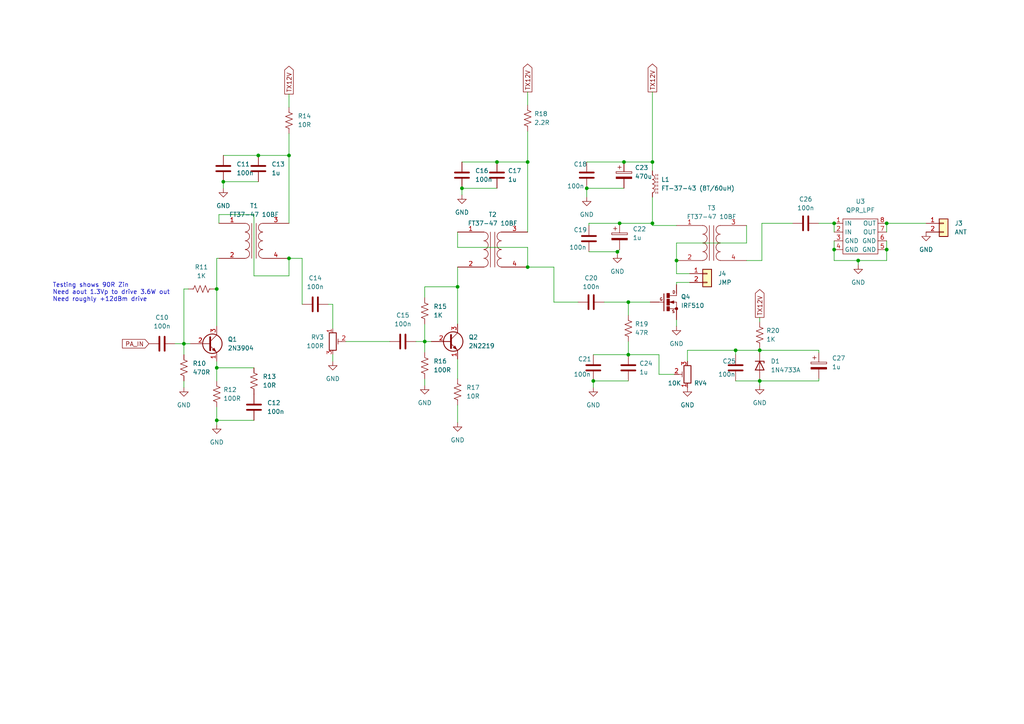
<source format=kicad_sch>
(kicad_sch (version 20211123) (generator eeschema)
  (paper "A4")
  (lib_symbols
    (symbol "Connector_Generic:Conn_01x02" (pin_names (offset 1.016) hide)
      (property "Reference" "J" (at 0 2.54 0))
      (property "Value" "Conn_01x02" (at 0 -5.08 0))
      (symbol "Conn_01x02_1_1"
        (rectangle (start -1.27 -2.413) (end 0 -2.667) (stroke (width 0.1524)))
        (rectangle (start -1.27 0.127) (end 0 -0.127) (stroke (width 0.1524)))
        (rectangle (start -1.27 1.27) (end 1.27 -3.81) (stroke (width 0.254)) (fill (type background)))
        (pin passive line (at -5.08 0 0) (length 3.81) (name "Pin_1") (number "1"))
        (pin passive line (at -5.08 -2.54 0) (length 3.81) (name "Pin_2") (number "2"))
      )
    )
    (symbol "Custom_RF:Generic Transfomer" (pin_names (offset 1.016) hide)
      (property "Reference" "T" (at 0 6.35 0))
      (property "Value" "Generic Transfomer" (at 0 -7.62 0))
      (symbol "Generic Transfomer_0_1"
        (arc (start -2.54 -5.0546) (mid -1.6599 -4.6901) (end -1.27 -3.81))
        (arc (start -2.54 -2.5146) (mid -1.6599 -2.1501) (end -1.27 -1.27))
        (arc (start -2.54 0.0254) (mid -1.6599 0.3899) (end -1.27 1.27))
        (arc (start -2.54 2.5654) (mid -1.6599 2.9299) (end -1.27 3.81))
        (arc (start -1.27 -3.81) (mid -1.642 -2.912) (end -2.54 -2.54))
        (arc (start -1.27 -1.27) (mid -1.642 -0.372) (end -2.54 0))
        (arc (start -1.27 1.27) (mid -1.642 2.168) (end -2.54 2.54))
        (arc (start -1.27 3.81) (mid -1.642 4.708) (end -2.54 5.08))
        (polyline (pts (xy -0.635 5.08) (xy -0.635 -5.08)))
        (polyline (pts (xy 0.635 -5.08) (xy 0.635 5.08)))
        (arc (start 1.2954 -1.27) (mid 1.6599 -2.1501) (end 2.54 -2.5146))
        (arc (start 1.2954 1.27) (mid 1.6599 0.3899) (end 2.54 0.0254))
        (arc (start 1.2954 3.81) (mid 1.6599 2.9299) (end 2.54 2.5654))
        (arc (start 1.3208 -3.81) (mid 1.6853 -4.6901) (end 2.5654 -5.0546))
        (arc (start 2.54 0) (mid 1.642 -0.372) (end 1.2954 -1.27))
        (arc (start 2.54 2.54) (mid 1.642 2.168) (end 1.2954 1.27))
        (arc (start 2.54 5.08) (mid 1.642 4.708) (end 1.2954 3.81))
        (arc (start 2.5654 -2.54) (mid 1.6674 -2.912) (end 1.3208 -3.81))
      )
      (symbol "Generic Transfomer_1_1"
        (pin passive line (at -10.16 5.08 0) (length 7.62) (name "AA") (number "1"))
        (pin passive line (at -10.16 -5.08 0) (length 7.62) (name "AB") (number "2"))
        (pin passive line (at 10.16 5.08 180) (length 7.62) (name "SB") (number "3"))
        (pin passive line (at 10.16 -5.08 180) (length 7.62) (name "SA") (number "4"))
      )
    )
    (symbol "Custom_RF:QPR_Filter"
      (property "Reference" "U" (at 0 7.62 0))
      (property "Value" "QPR_Filter" (at 0 -7.62 0))
      (symbol "QPR_Filter_0_1"
        (rectangle (start -5.08 5.08) (end 5.08 -5.08))
      )
      (symbol "QPR_Filter_1_1"
        (pin bidirectional line (at -7.62 3.81 0) (length 2.54) (name "IN") (number "1"))
        (pin bidirectional line (at -7.62 1.27 0) (length 2.54) (name "IN") (number "2"))
        (pin power_in line (at -7.62 -1.27 0) (length 2.54) (name "GND") (number "3"))
        (pin power_in line (at -7.62 -3.81 0) (length 2.54) (name "GND") (number "4"))
        (pin power_in line (at 7.62 -3.81 180) (length 2.54) (name "GND") (number "5"))
        (pin power_in line (at 7.62 -1.27 180) (length 2.54) (name "GND") (number "6"))
        (pin bidirectional line (at 7.62 1.27 180) (length 2.54) (name "OUT") (number "7"))
        (pin bidirectional line (at 7.62 3.81 180) (length 2.54) (name "OUT") (number "8"))
      )
    )
    (symbol "Device:C" (pin_numbers hide) (pin_names (offset 0.254))
      (property "Reference" "C" (at 0.635 2.54 0))
      (property "Value" "C" (at 0.635 -2.54 0))
      (symbol "C_0_1"
        (polyline (pts (xy -2.032 -0.762) (xy 2.032 -0.762)) (stroke (width 0.508)))
        (polyline (pts (xy -2.032 0.762) (xy 2.032 0.762)) (stroke (width 0.508)))
      )
      (symbol "C_1_1"
        (pin passive line (at 0 3.81 270) (length 2.794) (name "~") (number "1"))
        (pin passive line (at 0 -3.81 90) (length 2.794) (name "~") (number "2"))
      )
    )
    (symbol "Device:C_Polarized" (pin_numbers hide) (pin_names (offset 0.254))
      (property "Reference" "C" (at 0.635 2.54 0))
      (property "Value" "C_Polarized" (at 0.635 -2.54 0))
      (symbol "C_Polarized_0_1"
        (rectangle (start -2.286 0.508) (end 2.286 1.016))
        (polyline (pts (xy -1.778 2.286) (xy -0.762 2.286)))
        (polyline (pts (xy -1.27 2.794) (xy -1.27 1.778)))
        (rectangle (start 2.286 -0.508) (end -2.286 -1.016) (fill (type outline)))
      )
      (symbol "C_Polarized_1_1"
        (pin passive line (at 0 3.81 270) (length 2.794) (name "~") (number "1"))
        (pin passive line (at 0 -3.81 90) (length 2.794) (name "~") (number "2"))
      )
    )
    (symbol "Device:L_Ferrite" (pin_numbers hide) (pin_names (offset 1.016) hide)
      (property "Reference" "L" (at -1.27 0 90))
      (property "Value" "L_Ferrite" (at 2.794 0 90))
      (symbol "L_Ferrite_0_1"
        (arc (start 0 -2.54) (mid 0.635 -1.905) (end 0 -1.27))
        (arc (start 0 -1.27) (mid 0.635 -0.635) (end 0 0))
        (polyline (pts (xy 1.016 -2.794) (xy 1.016 -2.286)))
        (polyline (pts (xy 1.016 -1.778) (xy 1.016 -1.27)))
        (polyline (pts (xy 1.016 -0.762) (xy 1.016 -0.254)))
        (polyline (pts (xy 1.016 0.254) (xy 1.016 0.762)))
        (polyline (pts (xy 1.016 1.27) (xy 1.016 1.778)))
        (polyline (pts (xy 1.016 2.286) (xy 1.016 2.794)))
        (polyline (pts (xy 1.524 -2.286) (xy 1.524 -2.794)))
        (polyline (pts (xy 1.524 -1.27) (xy 1.524 -1.778)))
        (polyline (pts (xy 1.524 -0.254) (xy 1.524 -0.762)))
        (polyline (pts (xy 1.524 0.762) (xy 1.524 0.254)))
        (polyline (pts (xy 1.524 1.778) (xy 1.524 1.27)))
        (polyline (pts (xy 1.524 2.794) (xy 1.524 2.286)))
        (arc (start 0 0) (mid 0.635 0.635) (end 0 1.27))
        (arc (start 0 1.27) (mid 0.635 1.905) (end 0 2.54))
      )
      (symbol "L_Ferrite_1_1"
        (pin passive line (at 0 3.81 270) (length 1.27) (name "1") (number "1"))
        (pin passive line (at 0 -3.81 90) (length 1.27) (name "2") (number "2"))
      )
    )
    (symbol "Device:R_Potentiometer_Trim" (pin_names (offset 1.016) hide)
      (property "Reference" "RV" (at -4.445 0 90))
      (property "Value" "R_Potentiometer_Trim" (at -2.54 0 90))
      (symbol "R_Potentiometer_Trim_0_1"
        (polyline (pts (xy 1.524 0.762) (xy 1.524 -0.762)))
        (polyline (pts (xy 2.54 0) (xy 1.524 0)))
        (rectangle (start 1.016 2.54) (end -1.016 -2.54) (stroke (width 0.254)))
      )
      (symbol "R_Potentiometer_Trim_1_1"
        (pin passive line (at 0 3.81 270) (length 1.27) (name "1") (number "1"))
        (pin passive line (at 3.81 0 180) (length 1.27) (name "2") (number "2"))
        (pin passive line (at 0 -3.81 90) (length 1.27) (name "3") (number "3"))
      )
    )
    (symbol "Device:R_US" (pin_numbers hide) (pin_names (offset 0))
      (property "Reference" "R" (at 2.54 0 90))
      (property "Value" "R_US" (at -2.54 0 90))
      (symbol "R_US_0_1"
        (polyline (pts (xy 0 -2.286) (xy 0 -2.54)))
        (polyline (pts (xy 0 2.286) (xy 0 2.54)))
        (polyline (pts (xy 0 -0.762) (xy 1.016 -1.143) (xy 0 -1.524) (xy -1.016 -1.905) (xy 0 -2.286)))
        (polyline (pts (xy 0 0.762) (xy 1.016 0.381) (xy 0 0) (xy -1.016 -0.381) (xy 0 -0.762)))
        (polyline (pts (xy 0 2.286) (xy 1.016 1.905) (xy 0 1.524) (xy -1.016 1.143) (xy 0 0.762)))
      )
      (symbol "R_US_1_1"
        (pin passive line (at 0 3.81 270) (length 1.27) (name "~") (number "1"))
        (pin passive line (at 0 -3.81 90) (length 1.27) (name "~") (number "2"))
      )
    )
    (symbol "Diode:1N47xxA" (pin_numbers hide) (pin_names hide)
      (property "Reference" "D" (at 0 2.54 0))
      (property "Value" "1N47xxA" (at 0 -2.54 0))
      (symbol "1N47xxA_0_1"
        (polyline (pts (xy 1.27 0) (xy -1.27 0)))
        (polyline (pts (xy -1.27 -1.27) (xy -1.27 1.27) (xy -0.762 1.27)) (stroke (width 0.254)))
        (polyline (pts (xy 1.27 -1.27) (xy 1.27 1.27) (xy -1.27 0) (xy 1.27 -1.27)) (stroke (width 0.254)))
      )
      (symbol "1N47xxA_1_1"
        (pin passive line (at -3.81 0 0) (length 2.54) (name "K") (number "1"))
        (pin passive line (at 3.81 0 180) (length 2.54) (name "A") (number "2"))
      )
    )
    (symbol "SnapEDA-Library:IRF510" (pin_numbers hide) (pin_names (offset 1.016) hide)
      (property "Reference" "Q" (at 3.302 0.508 0))
      (property "Value" "IRF510" (at 3.302 -0.508 0))
      (symbol "IRF510_0_0"
        (rectangle (start -0.254 -2.54) (end 0.508 -1.27) (fill (type outline)))
        (rectangle (start -0.254 -0.889) (end 0.508 0.889) (fill (type outline)))
        (rectangle (start -0.254 1.27) (end 0.508 2.54) (fill (type outline)))
        (polyline (pts (xy -1.1176 0) (xy -2.54 0)) (stroke (width 0.1524)))
        (polyline (pts (xy -1.1176 0) (xy -1.1176 -2.54)) (stroke (width 0.254)))
        (polyline (pts (xy -1.1176 2.413) (xy -1.1176 0)) (stroke (width 0.254)))
        (polyline (pts (xy 0.508 -1.905) (xy 2.54 -1.905)) (stroke (width 0.1524)))
        (polyline (pts (xy 0.508 0) (xy 1.143 0)) (stroke (width 0.1524)))
        (polyline (pts (xy 0.508 0) (xy 1.778 0.381)) (stroke (width 0.1524)))
        (polyline (pts (xy 1.143 0) (xy 1.651 -0.127)) (stroke (width 0.3048)))
        (polyline (pts (xy 1.143 0) (xy 2.54 0)) (stroke (width 0.1524)))
        (polyline (pts (xy 1.651 0.127) (xy 1.143 0)) (stroke (width 0.3048)))
        (polyline (pts (xy 1.778 -0.381) (xy 0.508 0)) (stroke (width 0.1524)))
        (polyline (pts (xy 1.778 0.381) (xy 1.778 -0.381)) (stroke (width 0.1524)))
        (polyline (pts (xy 2.54 -1.905) (xy 2.54 -2.54)) (stroke (width 0.1524)))
        (polyline (pts (xy 2.54 0) (xy 2.54 -1.905)) (stroke (width 0.1524)))
        (polyline (pts (xy 2.54 1.905) (xy 0.5334 1.905)) (stroke (width 0.1524)))
        (polyline (pts (xy 2.54 2.54) (xy 2.54 1.905)) (stroke (width 0.1524)))
        (circle (center 2.54 -1.905) (radius 0.254) (stroke (width 0.4064)))
        (text "D" (at 1.27 2.413 0) (effects (font (size 0.8128 0.8128)) (justify left bottom)))
        (text "G" (at -2.413 0.381 0) (effects (font (size 0.8128 0.8128)) (justify left bottom)))
        (text "S" (at 1.143 -3.175 0) (effects (font (size 0.8128 0.8128)) (justify left bottom)))
        (pin passive line (at 2.54 -5.08 90) (length 2.54) (name "~") (number "1"))
        (pin passive line (at 2.54 5.08 270) (length 2.54) (name "~") (number "2"))
        (pin passive line (at -5.08 0 0) (length 2.54) (name "~") (number "3"))
      )
    )
    (symbol "Transistor_BJT:2N2219" (pin_names (offset 0) hide)
      (property "Reference" "Q" (at 5.08 1.905 0))
      (property "Value" "2N2219" (at 5.08 0 0))
      (symbol "2N2219_0_1"
        (polyline (pts (xy 0.635 0.635) (xy 2.54 2.54)))
        (polyline (pts (xy 0.635 -0.635) (xy 2.54 -2.54) (xy 2.54 -2.54)))
        (polyline (pts (xy 0.635 1.905) (xy 0.635 -1.905) (xy 0.635 -1.905)) (stroke (width 0.508)))
        (polyline (pts (xy 1.27 -1.778) (xy 1.778 -1.27) (xy 2.286 -2.286) (xy 1.27 -1.778) (xy 1.27 -1.778)) (fill (type outline)))
        (circle (center 1.27 0) (radius 2.8194) (stroke (width 0.254)))
      )
      (symbol "2N2219_1_1"
        (pin passive line (at 2.54 -5.08 90) (length 2.54) (name "E") (number "1"))
        (pin passive line (at -5.08 0 0) (length 5.715) (name "B") (number "2"))
        (pin passive line (at 2.54 5.08 270) (length 2.54) (name "C") (number "3"))
      )
    )
    (symbol "Transistor_BJT:2N3904" (pin_names (offset 0) hide)
      (property "Reference" "Q" (at 5.08 1.905 0))
      (property "Value" "2N3904" (at 5.08 0 0))
      (symbol "2N3904_0_1"
        (polyline (pts (xy 0.635 0.635) (xy 2.54 2.54)))
        (polyline (pts (xy 0.635 -0.635) (xy 2.54 -2.54) (xy 2.54 -2.54)))
        (polyline (pts (xy 0.635 1.905) (xy 0.635 -1.905) (xy 0.635 -1.905)) (stroke (width 0.508)))
        (polyline (pts (xy 1.27 -1.778) (xy 1.778 -1.27) (xy 2.286 -2.286) (xy 1.27 -1.778) (xy 1.27 -1.778)) (fill (type outline)))
        (circle (center 1.27 0) (radius 2.8194) (stroke (width 0.254)))
      )
      (symbol "2N3904_1_1"
        (pin passive line (at 2.54 -5.08 90) (length 2.54) (name "E") (number "1"))
        (pin passive line (at -5.08 0 0) (length 5.715) (name "B") (number "2"))
        (pin passive line (at 2.54 5.08 270) (length 2.54) (name "C") (number "3"))
      )
    )
    (symbol "power:GND" (power) (pin_names (offset 0))
      (property "Value" "GND" (at 0 -3.81 0))
      (symbol "GND_0_1"
        (polyline (pts (xy 0 0) (xy 0 -1.27) (xy 1.27 -1.27) (xy 0 -2.54) (xy -1.27 -1.27) (xy 0 -1.27)))
      )
      (symbol "GND_1_1"
        (pin power_in line (at 0 0 270) (length 0) hide (name "GND") (number "1"))
      )
    )
  )
  (junction (at 220.345 110.49))
  (junction (at 196.215 75.565))
  (junction (at 180.975 46.99))
  (junction (at 62.865 121.92))
  (junction (at 220.345 101.6))
  (junction (at 241.935 64.77))
  (junction (at 170.18 54.61))
  (junction (at 133.985 54.61))
  (junction (at 257.175 72.39))
  (junction (at 179.07 73.025))
  (junction (at 179.705 64.77))
  (junction (at 132.715 83.185))
  (junction (at 74.93 45.085))
  (junction (at 53.34 99.695))
  (junction (at 153.035 46.99))
  (junction (at 182.245 87.63))
  (junction (at 241.935 72.39))
  (junction (at 182.245 102.87))
  (junction (at 153.035 77.47))
  (junction (at 189.23 46.99))
  (junction (at 172.085 110.49))
  (junction (at 189.23 64.77))
  (junction (at 62.865 83.82))
  (junction (at 213.36 101.6))
  (junction (at 64.77 52.705))
  (junction (at 123.19 99.06))
  (junction (at 83.82 74.93))
  (junction (at 144.145 46.99))
  (junction (at 83.82 45.085))
  (junction (at 257.175 64.77))
  (junction (at 62.865 106.68))
  (junction (at 248.92 75.565))
  (wire (pts (xy 170.18 46.99) (xy 180.975 46.99)))
  (wire (pts (xy 220.345 110.49) (xy 213.36 110.49)))
  (wire (pts (xy 53.34 99.695) (xy 55.245 99.695)))
  (wire (pts (xy 123.19 99.06) (xy 125.095 99.06)))
  (wire (pts (xy 189.23 64.77) (xy 189.23 57.15)))
  (wire (pts (xy 96.52 88.265) (xy 95.25 88.265)))
  (wire (pts (xy 53.34 83.82) (xy 53.34 99.695)))
  (wire (pts (xy 268.605 64.77) (xy 257.175 64.77)))
  (wire (pts (xy 62.865 74.93) (xy 63.5 74.93)))
  (wire (pts (xy 220.345 111.76) (xy 220.345 110.49)))
  (wire (pts (xy 220.345 109.855) (xy 220.345 110.49)))
  (wire (pts (xy 191.135 102.87) (xy 182.245 102.87)))
  (wire (pts (xy 73.66 80.01) (xy 73.66 62.23)))
  (wire (pts (xy 132.715 117.475) (xy 132.715 122.555)))
  (wire (pts (xy 199.39 101.6) (xy 213.36 101.6)))
  (wire (pts (xy 132.715 83.185) (xy 132.715 93.98)))
  (wire (pts (xy 63.5 62.23) (xy 63.5 64.77)))
  (wire (pts (xy 62.865 106.68) (xy 73.66 106.68)))
  (wire (pts (xy 237.49 110.49) (xy 237.49 109.855)))
  (wire (pts (xy 83.82 74.93) (xy 83.82 80.01)))
  (wire (pts (xy 170.18 54.61) (xy 180.975 54.61)))
  (wire (pts (xy 220.98 64.77) (xy 220.98 75.565)))
  (wire (pts (xy 257.175 69.85) (xy 257.175 72.39)))
  (wire (pts (xy 132.715 71.755) (xy 153.035 71.755)))
  (wire (pts (xy 179.705 64.77) (xy 189.23 64.77)))
  (wire (pts (xy 113.03 99.06) (xy 100.33 99.06)))
  (wire (pts (xy 172.085 112.395) (xy 172.085 110.49)))
  (wire (pts (xy 123.19 83.185) (xy 132.715 83.185)))
  (wire (pts (xy 50.8 99.695) (xy 53.34 99.695)))
  (wire (pts (xy 87.63 74.93) (xy 87.63 88.265)))
  (wire (pts (xy 189.23 64.77) (xy 189.23 65.405)))
  (wire (pts (xy 73.66 62.23) (xy 63.5 62.23)))
  (wire (pts (xy 83.82 38.735) (xy 83.82 45.085)))
  (wire (pts (xy 220.345 102.235) (xy 220.345 101.6)))
  (wire (pts (xy 153.035 77.47) (xy 160.655 77.47)))
  (wire (pts (xy 96.52 102.87) (xy 96.52 104.775)))
  (wire (pts (xy 123.19 109.855) (xy 123.19 111.76)))
  (wire (pts (xy 62.865 83.82) (xy 62.865 94.615)))
  (wire (pts (xy 189.23 26.67) (xy 189.23 46.99)))
  (wire (pts (xy 172.085 110.49) (xy 182.245 110.49)))
  (wire (pts (xy 257.175 64.77) (xy 257.175 67.31)))
  (wire (pts (xy 195.58 108.585) (xy 191.135 108.585)))
  (wire (pts (xy 220.345 101.6) (xy 220.345 100.965)))
  (wire (pts (xy 182.245 99.06) (xy 182.245 102.87)))
  (wire (pts (xy 54.61 83.82) (xy 53.34 83.82)))
  (wire (pts (xy 213.36 101.6) (xy 220.345 101.6)))
  (wire (pts (xy 74.93 45.085) (xy 83.82 45.085)))
  (wire (pts (xy 199.39 101.6) (xy 199.39 104.775)))
  (wire (pts (xy 133.985 56.515) (xy 133.985 54.61)))
  (wire (pts (xy 83.82 45.085) (xy 83.82 64.77)))
  (wire (pts (xy 241.935 75.565) (xy 248.92 75.565)))
  (wire (pts (xy 179.07 73.025) (xy 179.07 73.66)))
  (wire (pts (xy 73.66 121.92) (xy 62.865 121.92)))
  (wire (pts (xy 170.815 64.77) (xy 170.815 65.405)))
  (wire (pts (xy 241.935 69.85) (xy 241.935 72.39)))
  (wire (pts (xy 248.92 75.565) (xy 248.92 76.835)))
  (wire (pts (xy 196.215 70.485) (xy 216.535 70.485)))
  (wire (pts (xy 170.18 57.15) (xy 170.18 54.61)))
  (wire (pts (xy 189.23 49.53) (xy 189.23 46.99)))
  (wire (pts (xy 182.245 91.44) (xy 182.245 87.63)))
  (wire (pts (xy 200.025 81.915) (xy 196.215 81.915)))
  (wire (pts (xy 229.87 64.77) (xy 220.98 64.77)))
  (wire (pts (xy 196.215 81.915) (xy 196.215 82.55)))
  (wire (pts (xy 62.865 74.93) (xy 62.865 83.82)))
  (wire (pts (xy 196.215 92.71) (xy 196.215 94.615)))
  (wire (pts (xy 153.035 71.755) (xy 153.035 77.47)))
  (wire (pts (xy 160.655 77.47) (xy 160.655 87.63)))
  (wire (pts (xy 179.705 72.39) (xy 179.07 73.025)))
  (wire (pts (xy 83.82 80.01) (xy 73.66 80.01)))
  (wire (pts (xy 180.975 46.99) (xy 189.23 46.99)))
  (wire (pts (xy 213.36 101.6) (xy 213.36 102.87)))
  (wire (pts (xy 220.345 92.075) (xy 220.345 93.345)))
  (wire (pts (xy 220.345 110.49) (xy 237.49 110.49)))
  (wire (pts (xy 241.935 64.77) (xy 241.935 67.31)))
  (wire (pts (xy 120.65 99.06) (xy 123.19 99.06)))
  (wire (pts (xy 237.49 101.6) (xy 237.49 102.235)))
  (wire (pts (xy 64.77 54.61) (xy 64.77 52.705)))
  (wire (pts (xy 191.135 108.585) (xy 191.135 102.87)))
  (wire (pts (xy 132.715 104.14) (xy 132.715 109.855)))
  (wire (pts (xy 53.34 99.695) (xy 53.34 102.87)))
  (wire (pts (xy 132.715 67.31) (xy 132.715 71.755)))
  (wire (pts (xy 257.175 75.565) (xy 257.175 72.39)))
  (wire (pts (xy 170.815 73.025) (xy 179.07 73.025)))
  (wire (pts (xy 196.215 79.375) (xy 196.215 75.565)))
  (wire (pts (xy 248.92 75.565) (xy 257.175 75.565)))
  (wire (pts (xy 62.865 110.49) (xy 62.865 106.68)))
  (wire (pts (xy 172.085 102.87) (xy 182.245 102.87)))
  (wire (pts (xy 53.34 110.49) (xy 53.34 112.395)))
  (wire (pts (xy 153.035 26.67) (xy 153.035 30.48)))
  (wire (pts (xy 133.985 46.99) (xy 144.145 46.99)))
  (wire (pts (xy 133.985 54.61) (xy 144.145 54.61)))
  (wire (pts (xy 62.23 83.82) (xy 62.865 83.82)))
  (wire (pts (xy 153.035 46.99) (xy 153.035 67.31)))
  (wire (pts (xy 62.865 118.11) (xy 62.865 121.92)))
  (wire (pts (xy 196.215 75.565) (xy 196.215 70.485)))
  (wire (pts (xy 153.035 38.1) (xy 153.035 46.99)))
  (wire (pts (xy 83.82 74.93) (xy 87.63 74.93)))
  (wire (pts (xy 64.77 45.085) (xy 74.93 45.085)))
  (wire (pts (xy 189.23 65.405) (xy 196.215 65.405)))
  (wire (pts (xy 241.935 72.39) (xy 241.935 75.565)))
  (wire (pts (xy 62.865 123.19) (xy 62.865 121.92)))
  (wire (pts (xy 241.935 64.77) (xy 237.49 64.77)))
  (wire (pts (xy 123.19 93.98) (xy 123.19 99.06)))
  (wire (pts (xy 83.82 27.305) (xy 83.82 31.115)))
  (wire (pts (xy 160.655 87.63) (xy 167.64 87.63)))
  (wire (pts (xy 123.19 99.06) (xy 123.19 102.235)))
  (wire (pts (xy 144.145 46.99) (xy 153.035 46.99)))
  (wire (pts (xy 200.025 79.375) (xy 196.215 79.375)))
  (wire (pts (xy 170.815 64.77) (xy 179.705 64.77)))
  (wire (pts (xy 96.52 88.265) (xy 96.52 95.25)))
  (wire (pts (xy 64.77 52.705) (xy 74.93 52.705)))
  (wire (pts (xy 123.19 83.185) (xy 123.19 86.36)))
  (wire (pts (xy 188.595 87.63) (xy 182.245 87.63)))
  (wire (pts (xy 62.865 104.775) (xy 62.865 106.68)))
  (wire (pts (xy 220.345 101.6) (xy 237.49 101.6)))
  (wire (pts (xy 216.535 75.565) (xy 220.98 75.565)))
  (wire (pts (xy 182.245 87.63) (xy 175.26 87.63)))
  (wire (pts (xy 132.715 77.47) (xy 132.715 83.185)))
  (wire (pts (xy 216.535 70.485) (xy 216.535 65.405)))
  (text "Testing shows 90R Zin\nNeed aout 1.3Vp to drive 3.6W out\nNeed roughly +12dBm drive" (at 15.24 87.63 0) (effects (font (size 1.27 1.27)) (justify left bottom)))
  (global_label "PA_IN" (shape input) (at 43.18 99.695 180) (property "Intersheet References" "${INTERSHEET_REFS}" (effects hide)))
  (global_label "TX12V" (shape output) (at 153.035 26.67 90) (property "Intersheet References" "${INTERSHEET_REFS}" (effects hide)))
  (global_label "TX12V" (shape output) (at 189.23 26.67 90) (property "Intersheet References" "${INTERSHEET_REFS}" (effects hide)))
  (global_label "TX12V" (shape output) (at 83.82 27.305 90) (property "Intersheet References" "${INTERSHEET_REFS}" (effects hide)))
  (global_label "TX12V" (shape output) (at 220.345 92.075 90) (property "Intersheet References" "${INTERSHEET_REFS}" (effects hide)))
  (symbol (lib_id "Device:C") (at 170.815 69.215 0) (unit 1)
    (property "Reference" "C19" (at 166.37 66.675 0) (effects (justify left)))
    (property "Value" "100n" (at 165.1 71.755 0) (effects (justify left)))
    (property "Footprint" "Capacitor_SMD:C_1206_3216Metric" (effects hide))
  )
  (symbol (lib_id "Device:R_US") (at 123.19 106.045 180) (unit 1)
    (property "Reference" "R16" (at 125.73 104.7749 0) (effects (justify right)))
    (property "Value" "100R" (at 125.73 107.3149 0) (effects (justify right)))
    (property "Footprint" "Resistor_SMD:R_1206_3216Metric" (effects hide))
  )
  (symbol (lib_id "Device:R_Potentiometer_Trim") (at 96.52 99.06 0) (unit 1)
    (property "Reference" "RV3" (at 93.98 97.7899 0) (effects (justify right)))
    (property "Value" "100R" (at 93.98 100.3299 0) (effects (justify right)))
    (property "Footprint" "Potentiometer_THT:Potentiometer_Bourns_3296W_Vertical" (effects hide))
  )
  (symbol (lib_id "Custom_RF:Generic Transfomer") (at 73.66 69.85 0) (unit 1)
    (property "Reference" "T1" (at 73.6727 59.69 0))
    (property "Value" "FT37-47 10BF" (at 73.6727 62.23 0))
    (property "Footprint" "Transformer_THT:Transformer_Toroid_Horizontal_D10.5mm_Amidon-T37" (effects hide))
  )
  (symbol (lib_id "power:GND") (at 133.985 56.515 0) (unit 1)
    (property "Reference" "#PWR015" (effects hide))
    (property "Value" "GND" (at 133.985 61.595 0))
  )
  (symbol (lib_id "Device:C") (at 172.085 106.68 0) (unit 1)
    (property "Reference" "C21" (at 167.64 104.14 0) (effects (justify left)))
    (property "Value" "100n" (at 166.37 108.585 0) (effects (justify left)))
    (property "Footprint" "Capacitor_SMD:C_1206_3216Metric" (effects hide))
  )
  (symbol (lib_id "Connector_Generic:Conn_01x02") (at 273.685 64.77 0) (unit 1)
    (property "Reference" "J3" (at 276.86 64.7699 0) (effects (justify left)))
    (property "Value" "ANT" (at 276.86 67.3099 0) (effects (justify left)))
    (property "Footprint" "Connector_PinHeader_2.54mm:PinHeader_1x02_P2.54mm_Vertical" (effects hide))
  )
  (symbol (lib_id "Device:R_US") (at 62.865 114.3 180) (unit 1)
    (property "Reference" "R12" (at 64.77 113.0299 0) (effects (justify right)))
    (property "Value" "100R" (at 64.77 115.5699 0) (effects (justify right)))
    (property "Footprint" "Resistor_SMD:R_1206_3216Metric" (effects hide))
  )
  (symbol (lib_id "power:GND") (at 170.18 57.15 0) (unit 1)
    (property "Reference" "#PWR016" (effects hide))
    (property "Value" "GND" (at 170.18 62.23 0))
  )
  (symbol (lib_id "power:GND") (at 220.345 111.76 0) (unit 1)
    (property "Reference" "#PWR021" (effects hide))
    (property "Value" "GND" (at 220.345 116.84 0))
  )
  (symbol (lib_id "Device:C_Polarized") (at 180.975 50.8 0) (unit 1)
    (property "Reference" "C23" (at 184.15 48.6409 0) (effects (justify left)))
    (property "Value" "470u" (at 184.15 51.1809 0) (effects (justify left)))
    (property "Footprint" "Capacitor_THT:CP_Radial_D8.0mm_P2.50mm" (effects hide))
  )
  (symbol (lib_id "power:GND") (at 199.39 112.395 0) (unit 1)
    (property "Reference" "#PWR020" (effects hide))
    (property "Value" "GND" (at 199.39 117.475 0))
  )
  (symbol (lib_id "Device:C") (at 73.66 118.11 0) (unit 1)
    (property "Reference" "C12" (at 77.47 116.8399 0) (effects (justify left)))
    (property "Value" "100n" (at 77.47 119.3799 0) (effects (justify left)))
    (property "Footprint" "Capacitor_SMD:C_1206_3216Metric" (effects hide))
  )
  (symbol (lib_id "power:GND") (at 179.07 73.66 0) (unit 1)
    (property "Reference" "#PWR018" (effects hide))
    (property "Value" "GND" (at 179.07 78.74 0))
  )
  (symbol (lib_id "power:GND") (at 268.605 67.31 0) (unit 1)
    (property "Reference" "#PWR029" (effects hide))
    (property "Value" "GND" (at 268.605 72.39 0))
  )
  (symbol (lib_id "power:GND") (at 96.52 104.775 0) (unit 1)
    (property "Reference" "#PWR012" (effects hide))
    (property "Value" "GND" (at 96.52 109.855 0))
  )
  (symbol (lib_id "power:GND") (at 248.92 76.835 0) (unit 1)
    (property "Reference" "#PWR022" (effects hide))
    (property "Value" "GND" (at 248.92 81.915 0))
  )
  (symbol (lib_id "Device:C") (at 133.985 50.8 0) (unit 1)
    (property "Reference" "C16" (at 137.795 49.5299 0) (effects (justify left)))
    (property "Value" "100n" (at 137.795 52.0699 0) (effects (justify left)))
    (property "Footprint" "Capacitor_SMD:C_1206_3216Metric" (effects hide))
  )
  (symbol (lib_id "power:GND") (at 62.865 123.19 0) (unit 1)
    (property "Reference" "#PWR010" (effects hide))
    (property "Value" "GND" (at 62.865 128.27 0))
  )
  (symbol (lib_id "Device:C") (at 233.68 64.77 90) (unit 1)
    (property "Reference" "C26" (at 233.68 57.785 90))
    (property "Value" "100n" (at 233.68 60.325 90))
    (property "Footprint" "Capacitor_SMD:C_1206_3216Metric" (effects hide))
  )
  (symbol (lib_id "Device:R_US") (at 73.66 110.49 180) (unit 1)
    (property "Reference" "R13" (at 76.2 109.2199 0) (effects (justify right)))
    (property "Value" "10R" (at 76.2 111.7599 0) (effects (justify right)))
    (property "Footprint" "Resistor_SMD:R_1206_3216Metric" (effects hide))
  )
  (symbol (lib_id "Device:C") (at 64.77 48.895 0) (unit 1)
    (property "Reference" "C11" (at 68.58 47.6249 0) (effects (justify left)))
    (property "Value" "100n" (at 68.58 50.1649 0) (effects (justify left)))
    (property "Footprint" "Capacitor_SMD:C_1206_3216Metric" (effects hide))
  )
  (symbol (lib_id "Device:R_US") (at 83.82 34.925 180) (unit 1)
    (property "Reference" "R14" (at 86.36 33.6549 0) (effects (justify right)))
    (property "Value" "10R" (at 86.36 36.1949 0) (effects (justify right)))
    (property "Footprint" "Resistor_SMD:R_1206_3216Metric" (effects hide))
  )
  (symbol (lib_id "Device:C_Polarized") (at 237.49 106.045 0) (unit 1)
    (property "Reference" "C27" (at 241.3 103.8859 0) (effects (justify left)))
    (property "Value" "1u" (at 241.3 106.4259 0) (effects (justify left)))
    (property "Footprint" "Capacitor_THT:CP_Radial_D8.0mm_P2.50mm" (effects hide))
  )
  (symbol (lib_id "Device:C") (at 170.18 50.8 0) (unit 1)
    (property "Reference" "C18" (at 166.37 47.625 0) (effects (justify left)))
    (property "Value" "100n" (at 164.465 53.975 0) (effects (justify left)))
    (property "Footprint" "Capacitor_SMD:C_1206_3216Metric" (effects hide))
  )
  (symbol (lib_id "power:GND") (at 64.77 54.61 0) (unit 1)
    (property "Reference" "#PWR011" (effects hide))
    (property "Value" "GND" (at 64.77 59.69 0))
  )
  (symbol (lib_id "Device:R_US") (at 53.34 106.68 180) (unit 1)
    (property "Reference" "R10" (at 55.88 105.4099 0) (effects (justify right)))
    (property "Value" "470R" (at 55.88 107.9499 0) (effects (justify right)))
    (property "Footprint" "Resistor_SMD:R_1206_3216Metric" (effects hide))
  )
  (symbol (lib_id "Device:R_Potentiometer_Trim") (at 199.39 108.585 180) (unit 1)
    (property "Reference" "RV4" (at 201.295 111.125 0) (effects (justify right)))
    (property "Value" "10K" (at 193.675 111.125 0) (effects (justify right)))
    (property "Footprint" "Potentiometer_THT:Potentiometer_Bourns_3296W_Vertical" (effects hide))
  )
  (symbol (lib_id "power:GND") (at 196.215 94.615 0) (unit 1)
    (property "Reference" "#PWR019" (effects hide))
    (property "Value" "GND" (at 196.215 99.695 0))
  )
  (symbol (lib_id "Transistor_BJT:2N2219") (at 130.175 99.06 0) (unit 1)
    (property "Reference" "Q2" (at 135.89 97.7899 0) (effects (justify left)))
    (property "Value" "2N2219" (at 135.89 100.3299 0) (effects (justify left)))
    (property "Footprint" "Package_TO_SOT_THT:TO-39-3" (effects hide))
    (property "Datasheet" "http://www.onsemi.com/pub_link/Collateral/2N2219-D.PDF" (effects hide))
  )
  (symbol (lib_id "Diode:1N47xxA") (at 220.345 106.045 270) (unit 1)
    (property "Reference" "D1" (at 223.52 104.7749 90) (effects (justify left)))
    (property "Value" "1N4733A" (at 223.52 107.3149 90) (effects (justify left)))
    (property "Footprint" "Diode_THT:D_DO-41_SOD81_P10.16mm_Horizontal" (effects hide))
    (property "Datasheet" "https://www.vishay.com/docs/85816/1n4728a.pdf" (effects hide))
  )
  (symbol (lib_id "Device:R_US") (at 123.19 90.17 180) (unit 1)
    (property "Reference" "R15" (at 125.73 88.8999 0) (effects (justify right)))
    (property "Value" "1K" (at 125.73 91.4399 0) (effects (justify right)))
    (property "Footprint" "Resistor_SMD:R_1206_3216Metric" (effects hide))
  )
  (symbol (lib_id "Device:C") (at 116.84 99.06 90) (unit 1)
    (property "Reference" "C15" (at 116.84 91.44 90))
    (property "Value" "100n" (at 116.84 93.98 90))
    (property "Footprint" "Capacitor_SMD:C_1206_3216Metric" (effects hide))
  )
  (symbol (lib_id "Device:C") (at 182.245 106.68 0) (unit 1)
    (property "Reference" "C24" (at 185.42 105.4099 0) (effects (justify left)))
    (property "Value" "1u" (at 185.42 107.9499 0) (effects (justify left)))
    (property "Footprint" "Capacitor_SMD:C_1206_3216Metric" (effects hide))
  )
  (symbol (lib_id "Custom_RF:Generic Transfomer") (at 142.875 72.39 0) (unit 1)
    (property "Reference" "T2" (at 142.8877 62.23 0))
    (property "Value" "FT37-47 10BF" (at 142.8877 64.77 0))
    (property "Footprint" "Transformer_THT:Transformer_Toroid_Horizontal_D10.5mm_Amidon-T37" (effects hide))
  )
  (symbol (lib_id "power:GND") (at 172.085 112.395 0) (unit 1)
    (property "Reference" "#PWR017" (effects hide))
    (property "Value" "GND" (at 172.085 117.475 0))
  )
  (symbol (lib_id "Custom_RF:Generic Transfomer") (at 206.375 70.485 0) (unit 1)
    (property "Reference" "T3" (at 206.3877 60.325 0))
    (property "Value" "FT37-47 10BF" (at 206.3877 62.865 0))
    (property "Footprint" "Transformer_THT:Transformer_Toroid_Horizontal_D10.5mm_Amidon-T37" (effects hide))
  )
  (symbol (lib_id "power:GND") (at 132.715 122.555 0) (unit 1)
    (property "Reference" "#PWR014" (effects hide))
    (property "Value" "GND" (at 132.715 127.635 0))
  )
  (symbol (lib_id "Device:L_Ferrite") (at 189.23 53.34 0) (unit 1)
    (property "Reference" "L1" (at 191.77 52.0699 0) (effects (justify left)))
    (property "Value" "FT-37-43 (8T/60uH)" (at 191.77 54.6099 0) (effects (justify left)))
    (property "Footprint" "Inductor_THT:L_Toroid_Horizontal_D9.5mm_P15.00mm_Diameter10-5mm_Amidon-T37" (effects hide))
  )
  (symbol (lib_id "Device:R_US") (at 58.42 83.82 90) (unit 1)
    (property "Reference" "R11" (at 58.42 77.47 90))
    (property "Value" "1K" (at 58.42 80.01 90))
    (property "Footprint" "Resistor_SMD:R_1206_3216Metric" (effects hide))
  )
  (symbol (lib_id "Device:C") (at 171.45 87.63 90) (unit 1)
    (property "Reference" "C20" (at 171.45 80.645 90))
    (property "Value" "100n" (at 171.45 83.185 90))
    (property "Footprint" "Capacitor_SMD:C_1206_3216Metric" (effects hide))
  )
  (symbol (lib_id "Device:R_US") (at 182.245 95.25 180) (unit 1)
    (property "Reference" "R19" (at 184.15 93.9799 0) (effects (justify right)))
    (property "Value" "47R" (at 184.15 96.5199 0) (effects (justify right)))
    (property "Footprint" "Resistor_SMD:R_1206_3216Metric" (effects hide))
  )
  (symbol (lib_id "Device:R_US") (at 132.715 113.665 180) (unit 1)
    (property "Reference" "R17" (at 135.255 112.3949 0) (effects (justify right)))
    (property "Value" "10R" (at 135.255 114.9349 0) (effects (justify right)))
    (property "Footprint" "Resistor_SMD:R_1206_3216Metric" (effects hide))
  )
  (symbol (lib_id "Transistor_BJT:2N3904") (at 60.325 99.695 0) (unit 1)
    (property "Reference" "Q1" (at 66.04 98.4249 0) (effects (justify left)))
    (property "Value" "2N3904" (at 66.04 100.9649 0) (effects (justify left)))
    (property "Footprint" "Package_TO_SOT_THT:TO-92_Inline" (effects hide))
    (property "Datasheet" "https://www.onsemi.com/pub/Collateral/2N3903-D.PDF" (effects hide))
  )
  (symbol (lib_id "Device:R_US") (at 220.345 97.155 0) (unit 1)
    (property "Reference" "R20" (at 222.25 95.8849 0) (effects (justify left)))
    (property "Value" "1K" (at 222.25 98.4249 0) (effects (justify left)))
    (property "Footprint" "Resistor_SMD:R_1206_3216Metric" (effects hide))
  )
  (symbol (lib_id "Connector_Generic:Conn_01x02") (at 205.105 79.375 0) (unit 1)
    (property "Reference" "J4" (at 208.28 79.3749 0) (effects (justify left)))
    (property "Value" "JMP" (at 208.28 81.9149 0) (effects (justify left)))
    (property "Footprint" "Connector_PinHeader_2.54mm:PinHeader_1x02_P2.54mm_Vertical" (effects hide))
  )
  (symbol (lib_id "Device:C") (at 91.44 88.265 90) (unit 1)
    (property "Reference" "C14" (at 91.44 80.645 90))
    (property "Value" "100n" (at 91.44 83.185 90))
    (property "Footprint" "Capacitor_SMD:C_1206_3216Metric" (effects hide))
  )
  (symbol (lib_id "SnapEDA-Library:IRF510") (at 193.675 87.63 0) (unit 1)
    (property "Reference" "Q4" (at 197.485 86.0866 0) (effects (justify left)))
    (property "Value" "IRF510" (at 197.485 88.6266 0) (effects (justify left)))
    (property "Footprint" "Package_TO_SOT_THT:TO-220-3_Vertical" (effects hide))
  )
  (symbol (lib_id "power:GND") (at 123.19 111.76 0) (unit 1)
    (property "Reference" "#PWR013" (effects hide))
    (property "Value" "GND" (at 123.19 116.84 0))
  )
  (symbol (lib_id "Device:C") (at 46.99 99.695 90) (unit 1)
    (property "Reference" "C10" (at 46.99 92.075 90))
    (property "Value" "100n" (at 46.99 94.615 90))
    (property "Footprint" "Capacitor_SMD:C_1206_3216Metric" (effects hide))
  )
  (symbol (lib_id "power:GND") (at 53.34 112.395 0) (unit 1)
    (property "Reference" "#PWR09" (effects hide))
    (property "Value" "GND" (at 53.34 117.475 0))
  )
  (symbol (lib_id "Device:C") (at 213.36 106.68 0) (unit 1)
    (property "Reference" "C25" (at 209.55 104.775 0) (effects (justify left)))
    (property "Value" "100n" (at 208.28 108.585 0) (effects (justify left)))
    (property "Footprint" "Capacitor_SMD:C_1206_3216Metric" (effects hide))
  )
  (symbol (lib_id "Custom_RF:QPR_Filter") (at 249.555 68.58 0) (unit 1)
    (property "Reference" "U3" (at 249.555 58.42 0))
    (property "Value" "QPR_LPF" (at 249.555 60.96 0))
    (property "Footprint" "Custom_RF:QRPLabs_Filter_TH" (effects hide))
    (property "Datasheet" "https://www.qrp-labs.com/lpfkit.html" (effects hide))
  )
  (symbol (lib_id "Device:C") (at 144.145 50.8 0) (unit 1)
    (property "Reference" "C17" (at 147.32 49.5299 0) (effects (justify left)))
    (property "Value" "1u" (at 147.32 52.0699 0) (effects (justify left)))
    (property "Footprint" "Capacitor_SMD:C_1206_3216Metric" (effects hide))
  )
  (symbol (lib_id "Device:R_US") (at 153.035 34.29 180) (unit 1)
    (property "Reference" "R18" (at 154.94 33.0199 0) (effects (justify right)))
    (property "Value" "2.2R" (at 154.94 35.5599 0) (effects (justify right)))
    (property "Footprint" "Resistor_SMD:R_1206_3216Metric" (effects hide))
  )
  (symbol (lib_id "Device:C_Polarized") (at 179.705 68.58 0) (unit 1)
    (property "Reference" "C22" (at 183.515 66.4209 0) (effects (justify left)))
    (property "Value" "1u" (at 183.515 68.9609 0) (effects (justify left)))
    (property "Footprint" "Capacitor_THT:CP_Radial_D8.0mm_P2.50mm" (effects hide))
  )
  (symbol (lib_id "Device:C") (at 74.93 48.895 0) (unit 1)
    (property "Reference" "C13" (at 78.74 47.6249 0) (effects (justify left)))
    (property "Value" "1u" (at 78.74 50.1649 0) (effects (justify left)))
    (property "Footprint" "Capacitor_SMD:C_1206_3216Metric" (effects hide))
  )
)
</source>
